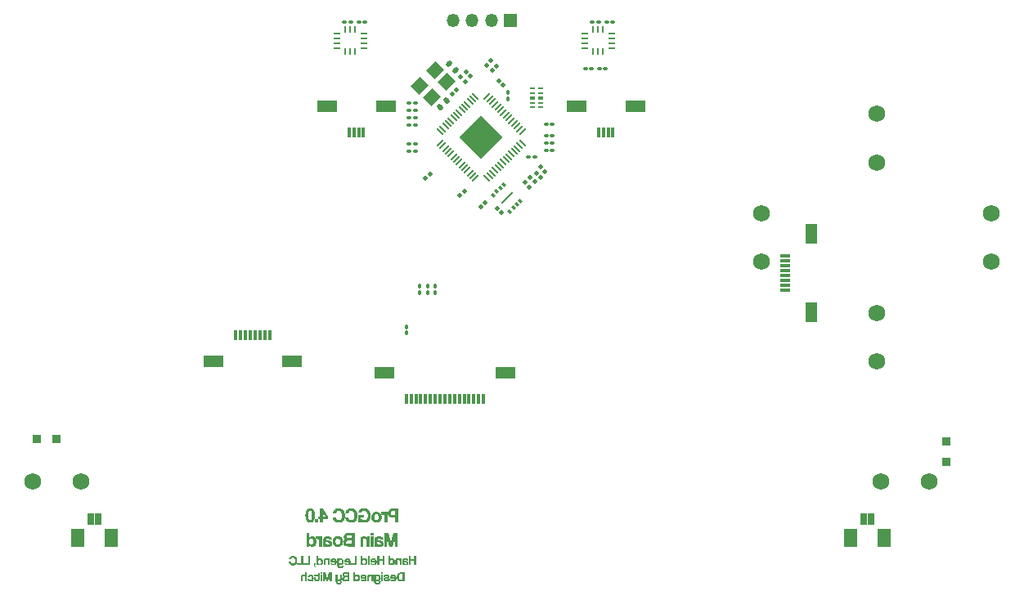
<source format=gbr>
%TF.GenerationSoftware,KiCad,Pcbnew,8.0.2*%
%TF.CreationDate,2025-05-18T15:38:24-07:00*%
%TF.ProjectId,PGS_Main_Board,5047535f-4d61-4696-9e5f-426f6172642e,rev?*%
%TF.SameCoordinates,Original*%
%TF.FileFunction,Soldermask,Bot*%
%TF.FilePolarity,Negative*%
%FSLAX46Y46*%
G04 Gerber Fmt 4.6, Leading zero omitted, Abs format (unit mm)*
G04 Created by KiCad (PCBNEW 8.0.2) date 2025-05-18 15:38:24*
%MOMM*%
%LPD*%
G01*
G04 APERTURE LIST*
G04 Aperture macros list*
%AMRoundRect*
0 Rectangle with rounded corners*
0 $1 Rounding radius*
0 $2 $3 $4 $5 $6 $7 $8 $9 X,Y pos of 4 corners*
0 Add a 4 corners polygon primitive as box body*
4,1,4,$2,$3,$4,$5,$6,$7,$8,$9,$2,$3,0*
0 Add four circle primitives for the rounded corners*
1,1,$1+$1,$2,$3*
1,1,$1+$1,$4,$5*
1,1,$1+$1,$6,$7*
1,1,$1+$1,$8,$9*
0 Add four rect primitives between the rounded corners*
20,1,$1+$1,$2,$3,$4,$5,0*
20,1,$1+$1,$4,$5,$6,$7,0*
20,1,$1+$1,$6,$7,$8,$9,0*
20,1,$1+$1,$8,$9,$2,$3,0*%
%AMRotRect*
0 Rectangle, with rotation*
0 The origin of the aperture is its center*
0 $1 length*
0 $2 width*
0 $3 Rotation angle, in degrees counterclockwise*
0 Add horizontal line*
21,1,$1,$2,0,0,$3*%
G04 Aperture macros list end*
%ADD10C,0.250000*%
%ADD11C,0.300000*%
%ADD12R,0.850000X0.850000*%
%ADD13C,1.750000*%
%ADD14RoundRect,0.100000X0.130000X0.100000X-0.130000X0.100000X-0.130000X-0.100000X0.130000X-0.100000X0*%
%ADD15R,0.300000X1.000000*%
%ADD16R,2.000000X1.300000*%
%ADD17RoundRect,0.140000X-0.021213X0.219203X-0.219203X0.021213X0.021213X-0.219203X0.219203X-0.021213X0*%
%ADD18RoundRect,0.050000X-0.238649X-0.309359X0.309359X0.238649X0.238649X0.309359X-0.309359X-0.238649X0*%
%ADD19RoundRect,0.050000X0.238649X-0.309359X0.309359X-0.238649X-0.238649X0.309359X-0.309359X0.238649X0*%
%ADD20RotRect,3.200000X3.200000X45.000000*%
%ADD21RoundRect,0.100000X-0.162635X0.021213X0.021213X-0.162635X0.162635X-0.021213X-0.021213X0.162635X0*%
%ADD22RoundRect,0.100000X0.100000X-0.130000X0.100000X0.130000X-0.100000X0.130000X-0.100000X-0.130000X0*%
%ADD23RoundRect,0.100000X-0.021213X-0.162635X0.162635X0.021213X0.021213X0.162635X-0.162635X-0.021213X0*%
%ADD24RoundRect,0.100000X0.162635X-0.021213X-0.021213X0.162635X-0.162635X0.021213X0.021213X-0.162635X0*%
%ADD25RoundRect,0.100000X-0.130000X-0.100000X0.130000X-0.100000X0.130000X0.100000X-0.130000X0.100000X0*%
%ADD26RoundRect,0.102000X0.250000X0.500000X-0.250000X0.500000X-0.250000X-0.500000X0.250000X-0.500000X0*%
%ADD27RoundRect,0.102000X0.600000X0.850000X-0.600000X0.850000X-0.600000X-0.850000X0.600000X-0.850000X0*%
%ADD28R,0.745000X0.280000*%
%ADD29R,0.280000X0.745000*%
%ADD30RoundRect,0.100000X-0.100000X0.130000X-0.100000X-0.130000X0.100000X-0.130000X0.100000X0.130000X0*%
%ADD31R,0.565000X0.200000*%
%ADD32R,0.565000X0.400000*%
%ADD33RoundRect,0.100000X0.021213X0.162635X-0.162635X-0.021213X-0.021213X-0.162635X0.162635X0.021213X0*%
%ADD34RotRect,0.400000X0.300000X315.000000*%
%ADD35RotRect,0.200000X1.600000X315.000000*%
%ADD36RoundRect,0.140000X-0.219203X-0.021213X-0.021213X-0.219203X0.219203X0.021213X0.021213X0.219203X0*%
%ADD37R,1.350000X1.350000*%
%ADD38O,1.350000X1.350000*%
%ADD39RotRect,1.400000X1.200000X45.000000*%
%ADD40R,1.000000X0.300000*%
%ADD41R,1.300000X2.000000*%
G04 APERTURE END LIST*
D10*
G36*
X63313799Y-71150000D02*
G01*
X63313799Y-70212107D01*
X63525314Y-70212107D01*
X63525314Y-70556001D01*
X63872383Y-70556001D01*
X63872383Y-70212107D01*
X64082676Y-70212107D01*
X64082676Y-71150000D01*
X63872383Y-71150000D01*
X63872383Y-70734054D01*
X63525314Y-70734054D01*
X63525314Y-71150000D01*
X63313799Y-71150000D01*
G37*
G36*
X63001926Y-70433665D02*
G01*
X63054325Y-70441628D01*
X63113501Y-70459924D01*
X63161142Y-70486391D01*
X63197993Y-70520366D01*
X63230016Y-70572388D01*
X63245308Y-70620842D01*
X63252229Y-70674656D01*
X63252738Y-70688869D01*
X63068579Y-70688869D01*
X63055392Y-70640120D01*
X63020329Y-70601497D01*
X62971589Y-70587706D01*
X62950610Y-70586775D01*
X62899620Y-70592041D01*
X62855897Y-70614535D01*
X62842411Y-70649302D01*
X62863660Y-70695647D01*
X62914755Y-70712925D01*
X62951587Y-70718911D01*
X63002006Y-70726022D01*
X63064808Y-70736911D01*
X63121524Y-70751357D01*
X63171033Y-70771483D01*
X63212213Y-70799413D01*
X63243942Y-70837271D01*
X63265097Y-70887180D01*
X63274558Y-70951264D01*
X63274965Y-70969748D01*
X63269289Y-71020746D01*
X63247367Y-71074040D01*
X63208738Y-71116888D01*
X63163620Y-71143222D01*
X63106605Y-71159842D01*
X63052338Y-71165394D01*
X63037561Y-71165631D01*
X62986744Y-71162334D01*
X62933642Y-71151281D01*
X62883101Y-71131551D01*
X62842080Y-71103807D01*
X62835572Y-71097243D01*
X62824742Y-71145763D01*
X62823360Y-71150000D01*
X62640422Y-71150000D01*
X62640422Y-70826133D01*
X62838503Y-70826133D01*
X62839480Y-70881821D01*
X62849221Y-70929986D01*
X62879723Y-70976208D01*
X62920621Y-71005421D01*
X62972226Y-71020871D01*
X62997016Y-71022505D01*
X63046484Y-71013424D01*
X63076163Y-70970730D01*
X63077372Y-70954117D01*
X63062740Y-70903829D01*
X63021844Y-70875425D01*
X62973164Y-70860504D01*
X62946458Y-70854954D01*
X62897153Y-70844968D01*
X62848330Y-70831358D01*
X62838503Y-70826133D01*
X62640422Y-70826133D01*
X62640422Y-70710118D01*
X62644277Y-70647633D01*
X62656336Y-70592309D01*
X62677336Y-70544507D01*
X62708016Y-70504588D01*
X62749115Y-70472912D01*
X62801370Y-70449839D01*
X62865521Y-70435731D01*
X62921885Y-70431250D01*
X62942306Y-70430949D01*
X63001926Y-70433665D01*
G37*
G36*
X61936758Y-71150000D02*
G01*
X61936758Y-70668108D01*
X61941376Y-70613950D01*
X61954698Y-70566446D01*
X61982375Y-70516690D01*
X62020843Y-70477947D01*
X62068545Y-70450555D01*
X62123920Y-70434858D01*
X62172697Y-70430949D01*
X62222704Y-70434048D01*
X62274952Y-70445142D01*
X62324890Y-70466435D01*
X62366944Y-70498981D01*
X62387630Y-70527180D01*
X62387630Y-70446580D01*
X62576674Y-70446580D01*
X62576674Y-71150000D01*
X62379082Y-71150000D01*
X62379082Y-70748220D01*
X62374601Y-70696560D01*
X62357774Y-70650319D01*
X62322666Y-70615540D01*
X62269940Y-70599528D01*
X62245481Y-70598255D01*
X62193106Y-70603750D01*
X62150851Y-70635646D01*
X62137849Y-70683152D01*
X62135816Y-70725750D01*
X62135816Y-71150000D01*
X61936758Y-71150000D01*
G37*
G36*
X61400156Y-70522295D02*
G01*
X61434862Y-70485045D01*
X61480146Y-70456197D01*
X61527332Y-70439271D01*
X61580578Y-70431376D01*
X61596772Y-70430949D01*
X61645931Y-70434889D01*
X61705197Y-70451830D01*
X61756898Y-70481107D01*
X61800610Y-70521602D01*
X61835910Y-70572199D01*
X61862375Y-70631782D01*
X61876170Y-70681694D01*
X61884579Y-70735563D01*
X61887421Y-70792916D01*
X61884087Y-70855444D01*
X61874353Y-70913021D01*
X61858617Y-70965385D01*
X61837279Y-71012276D01*
X61810740Y-71053429D01*
X61767953Y-71098925D01*
X61717576Y-71133135D01*
X61660557Y-71155440D01*
X61597842Y-71165217D01*
X61581385Y-71165631D01*
X61527759Y-71160982D01*
X61480518Y-71147790D01*
X61435883Y-71123711D01*
X61399730Y-71087167D01*
X61396737Y-71082588D01*
X61396004Y-71150000D01*
X61205251Y-71150000D01*
X61205251Y-70814898D01*
X61393073Y-70814898D01*
X61397526Y-70864406D01*
X61413676Y-70915527D01*
X61445281Y-70961799D01*
X61488076Y-70991351D01*
X61539375Y-71001744D01*
X61592292Y-70990798D01*
X61635487Y-70959617D01*
X61663147Y-70918668D01*
X61680735Y-70866243D01*
X61686721Y-70814919D01*
X61686898Y-70803907D01*
X61683461Y-70745027D01*
X61673004Y-70696509D01*
X61650872Y-70651744D01*
X61611350Y-70617732D01*
X61556488Y-70602926D01*
X61537909Y-70602163D01*
X61488627Y-70609363D01*
X61444064Y-70636315D01*
X61413398Y-70683831D01*
X61398151Y-70741392D01*
X61393214Y-70801524D01*
X61393073Y-70814898D01*
X61205251Y-70814898D01*
X61205251Y-70196475D01*
X61400156Y-70196475D01*
X61400156Y-70522295D01*
G37*
G36*
X60039968Y-71150000D02*
G01*
X60039968Y-70212107D01*
X60251482Y-70212107D01*
X60251482Y-70556001D01*
X60598551Y-70556001D01*
X60598551Y-70212107D01*
X60808845Y-70212107D01*
X60808845Y-71150000D01*
X60598551Y-71150000D01*
X60598551Y-70734054D01*
X60251482Y-70734054D01*
X60251482Y-71150000D01*
X60039968Y-71150000D01*
G37*
G36*
X59715321Y-70434637D02*
G01*
X59768541Y-70445464D01*
X59816714Y-70463073D01*
X59859653Y-70487105D01*
X59908443Y-70528524D01*
X59947159Y-70579879D01*
X59969318Y-70624408D01*
X59985377Y-70673693D01*
X59995148Y-70727376D01*
X59998447Y-70785101D01*
X59995302Y-70852222D01*
X59985889Y-70913001D01*
X59970235Y-70967381D01*
X59948369Y-71015305D01*
X59920322Y-71056717D01*
X59873358Y-71101704D01*
X59830997Y-71127699D01*
X59782550Y-71146993D01*
X59728047Y-71159528D01*
X59667516Y-71165249D01*
X59646004Y-71165631D01*
X59591518Y-71161783D01*
X59540480Y-71150324D01*
X59493364Y-71131383D01*
X59450641Y-71105089D01*
X59412783Y-71071571D01*
X59380264Y-71030958D01*
X59353556Y-70983378D01*
X59333129Y-70928960D01*
X59537316Y-70928960D01*
X59561970Y-70972437D01*
X59604801Y-70998235D01*
X59654553Y-71005896D01*
X59706389Y-70997393D01*
X59753030Y-70968595D01*
X59781560Y-70928939D01*
X59797455Y-70877880D01*
X59800122Y-70853000D01*
X59326046Y-70853000D01*
X59327404Y-70802174D01*
X59334494Y-70731984D01*
X59336450Y-70722575D01*
X59529501Y-70722575D01*
X59794504Y-70722575D01*
X59783750Y-70673855D01*
X59756882Y-70630635D01*
X59712038Y-70600060D01*
X59662857Y-70590928D01*
X59613341Y-70599201D01*
X59566882Y-70628211D01*
X59539204Y-70671409D01*
X59529501Y-70722575D01*
X59336450Y-70722575D01*
X59347570Y-70669074D01*
X59366545Y-70613470D01*
X59391332Y-70565198D01*
X59421844Y-70524283D01*
X59457995Y-70490750D01*
X59499696Y-70464625D01*
X59546862Y-70445933D01*
X59599406Y-70434699D01*
X59657240Y-70430949D01*
X59715321Y-70434637D01*
G37*
G36*
X59081803Y-71150000D02*
G01*
X59081803Y-70196475D01*
X59279396Y-70196475D01*
X59279396Y-71150000D01*
X59081803Y-71150000D01*
G37*
G36*
X58547400Y-70522295D02*
G01*
X58582105Y-70485045D01*
X58627390Y-70456197D01*
X58674575Y-70439271D01*
X58727822Y-70431376D01*
X58744016Y-70430949D01*
X58793174Y-70434889D01*
X58852440Y-70451830D01*
X58904141Y-70481107D01*
X58947854Y-70521602D01*
X58983154Y-70572199D01*
X59009619Y-70631782D01*
X59023414Y-70681694D01*
X59031822Y-70735563D01*
X59034665Y-70792916D01*
X59031331Y-70855444D01*
X59021596Y-70913021D01*
X59005860Y-70965385D01*
X58984523Y-71012276D01*
X58957983Y-71053429D01*
X58915196Y-71098925D01*
X58864819Y-71133135D01*
X58807800Y-71155440D01*
X58745086Y-71165217D01*
X58728628Y-71165631D01*
X58675002Y-71160982D01*
X58627762Y-71147790D01*
X58583127Y-71123711D01*
X58546974Y-71087167D01*
X58543981Y-71082588D01*
X58543248Y-71150000D01*
X58352494Y-71150000D01*
X58352494Y-70814898D01*
X58540317Y-70814898D01*
X58544769Y-70864406D01*
X58560919Y-70915527D01*
X58592524Y-70961799D01*
X58635319Y-70991351D01*
X58686618Y-71001744D01*
X58739535Y-70990798D01*
X58782731Y-70959617D01*
X58810390Y-70918668D01*
X58827978Y-70866243D01*
X58833965Y-70814919D01*
X58834141Y-70803907D01*
X58830705Y-70745027D01*
X58820247Y-70696509D01*
X58798115Y-70651744D01*
X58758593Y-70617732D01*
X58703731Y-70602926D01*
X58685153Y-70602163D01*
X58635871Y-70609363D01*
X58591307Y-70636315D01*
X58560642Y-70683831D01*
X58545395Y-70741392D01*
X58540458Y-70801524D01*
X58540317Y-70814898D01*
X58352494Y-70814898D01*
X58352494Y-70196475D01*
X58547400Y-70196475D01*
X58547400Y-70522295D01*
G37*
G36*
X57285153Y-71150000D02*
G01*
X57285153Y-70965108D01*
X57745795Y-70965108D01*
X57745795Y-70212107D01*
X57956088Y-70212107D01*
X57956088Y-71150000D01*
X57285153Y-71150000D01*
G37*
G36*
X57019857Y-70434637D02*
G01*
X57073077Y-70445464D01*
X57121250Y-70463073D01*
X57164189Y-70487105D01*
X57212979Y-70528524D01*
X57251695Y-70579879D01*
X57273854Y-70624408D01*
X57289913Y-70673693D01*
X57299684Y-70727376D01*
X57302983Y-70785101D01*
X57299838Y-70852222D01*
X57290425Y-70913001D01*
X57274771Y-70967381D01*
X57252905Y-71015305D01*
X57224858Y-71056717D01*
X57177893Y-71101704D01*
X57135533Y-71127699D01*
X57087086Y-71146993D01*
X57032583Y-71159528D01*
X56972052Y-71165249D01*
X56950540Y-71165631D01*
X56896054Y-71161783D01*
X56845016Y-71150324D01*
X56797899Y-71131383D01*
X56755177Y-71105089D01*
X56717319Y-71071571D01*
X56684800Y-71030958D01*
X56658091Y-70983378D01*
X56637665Y-70928960D01*
X56841852Y-70928960D01*
X56866506Y-70972437D01*
X56909337Y-70998235D01*
X56959089Y-71005896D01*
X57010924Y-70997393D01*
X57057566Y-70968595D01*
X57086096Y-70928939D01*
X57101991Y-70877880D01*
X57104658Y-70853000D01*
X56630582Y-70853000D01*
X56631940Y-70802174D01*
X56639030Y-70731984D01*
X56640986Y-70722575D01*
X56834036Y-70722575D01*
X57099040Y-70722575D01*
X57088286Y-70673855D01*
X57061418Y-70630635D01*
X57016574Y-70600060D01*
X56967393Y-70590928D01*
X56917877Y-70599201D01*
X56871418Y-70628211D01*
X56843740Y-70671409D01*
X56834036Y-70722575D01*
X56640986Y-70722575D01*
X56652106Y-70669074D01*
X56671081Y-70613470D01*
X56695868Y-70565198D01*
X56726380Y-70524283D01*
X56762531Y-70490750D01*
X56804232Y-70464625D01*
X56851398Y-70445933D01*
X56903942Y-70434699D01*
X56961775Y-70430949D01*
X57019857Y-70434637D01*
G37*
G36*
X56351213Y-70437766D02*
G01*
X56409123Y-70457556D01*
X56461594Y-70489321D01*
X56507362Y-70532065D01*
X56545161Y-70584793D01*
X56567520Y-70630291D01*
X56584152Y-70680425D01*
X56594522Y-70734773D01*
X56598098Y-70792916D01*
X56595902Y-70842928D01*
X56589085Y-70892078D01*
X56572210Y-70954742D01*
X56545686Y-71012200D01*
X56508695Y-71062350D01*
X56460418Y-71103092D01*
X56416311Y-71126211D01*
X56365051Y-71141969D01*
X56306291Y-71149481D01*
X56284979Y-71150000D01*
X56235296Y-71146258D01*
X56183606Y-71134233D01*
X56137011Y-71114223D01*
X56103750Y-71084054D01*
X56103750Y-71158304D01*
X56113567Y-71212981D01*
X56140910Y-71256242D01*
X56182621Y-71286766D01*
X56235537Y-71303234D01*
X56269591Y-71305826D01*
X56322488Y-71299098D01*
X56369558Y-71275131D01*
X56400357Y-71234131D01*
X56412320Y-71184553D01*
X56412962Y-71168073D01*
X56598098Y-71168073D01*
X56594315Y-71220988D01*
X56583291Y-71269438D01*
X56558168Y-71326815D01*
X56522191Y-71375586D01*
X56476512Y-71415366D01*
X56422286Y-71445773D01*
X56360664Y-71466422D01*
X56310289Y-71475275D01*
X56256891Y-71478262D01*
X56203313Y-71475220D01*
X56152329Y-71466135D01*
X56104523Y-71451071D01*
X56046735Y-71421793D01*
X55997022Y-71382145D01*
X55956769Y-71332276D01*
X55933620Y-71288256D01*
X55917156Y-71238634D01*
X55907961Y-71183471D01*
X55906158Y-71143649D01*
X55906158Y-70812212D01*
X56098133Y-70812212D01*
X56102576Y-70861157D01*
X56118738Y-70910730D01*
X56150500Y-70954687D01*
X56193736Y-70982209D01*
X56245900Y-70991730D01*
X56298327Y-70981628D01*
X56341505Y-70952425D01*
X56373055Y-70905780D01*
X56389041Y-70853170D01*
X56393422Y-70801221D01*
X56389811Y-70742614D01*
X56378983Y-70694610D01*
X56356481Y-70650614D01*
X56317141Y-70617453D01*
X56263737Y-70603140D01*
X56245900Y-70602407D01*
X56195168Y-70609357D01*
X56149632Y-70635573D01*
X56118548Y-70682180D01*
X56103209Y-70739067D01*
X56098273Y-70798867D01*
X56098133Y-70812212D01*
X55906158Y-70812212D01*
X55906158Y-70446580D01*
X56103750Y-70446580D01*
X56103750Y-70513258D01*
X56137573Y-70477054D01*
X56180537Y-70451914D01*
X56234284Y-70435809D01*
X56289131Y-70430949D01*
X56351213Y-70437766D01*
G37*
G36*
X55574916Y-70434637D02*
G01*
X55628136Y-70445464D01*
X55676309Y-70463073D01*
X55719248Y-70487105D01*
X55768039Y-70528524D01*
X55806754Y-70579879D01*
X55828914Y-70624408D01*
X55844972Y-70673693D01*
X55854744Y-70727376D01*
X55858042Y-70785101D01*
X55854898Y-70852222D01*
X55845484Y-70913001D01*
X55829830Y-70967381D01*
X55807965Y-71015305D01*
X55779917Y-71056717D01*
X55732953Y-71101704D01*
X55690592Y-71127699D01*
X55642146Y-71146993D01*
X55587642Y-71159528D01*
X55527111Y-71165249D01*
X55505600Y-71165631D01*
X55451113Y-71161783D01*
X55400075Y-71150324D01*
X55352959Y-71131383D01*
X55310236Y-71105089D01*
X55272379Y-71071571D01*
X55239860Y-71030958D01*
X55213151Y-70983378D01*
X55192725Y-70928960D01*
X55396912Y-70928960D01*
X55421566Y-70972437D01*
X55464396Y-70998235D01*
X55514148Y-71005896D01*
X55565984Y-70997393D01*
X55612625Y-70968595D01*
X55641156Y-70928939D01*
X55657050Y-70877880D01*
X55659717Y-70853000D01*
X55185641Y-70853000D01*
X55187000Y-70802174D01*
X55194090Y-70731984D01*
X55196046Y-70722575D01*
X55389096Y-70722575D01*
X55654099Y-70722575D01*
X55643345Y-70673855D01*
X55616477Y-70630635D01*
X55571633Y-70600060D01*
X55522452Y-70590928D01*
X55472936Y-70599201D01*
X55426478Y-70628211D01*
X55398799Y-70671409D01*
X55389096Y-70722575D01*
X55196046Y-70722575D01*
X55207165Y-70669074D01*
X55226140Y-70613470D01*
X55250927Y-70565198D01*
X55281439Y-70524283D01*
X55317590Y-70490750D01*
X55359292Y-70464625D01*
X55406458Y-70445933D01*
X55459001Y-70434699D01*
X55516835Y-70430949D01*
X55574916Y-70434637D01*
G37*
G36*
X54499075Y-71150000D02*
G01*
X54499075Y-70668108D01*
X54503693Y-70613950D01*
X54517015Y-70566446D01*
X54544691Y-70516690D01*
X54583160Y-70477947D01*
X54630862Y-70450555D01*
X54686237Y-70434858D01*
X54735013Y-70430949D01*
X54785021Y-70434048D01*
X54837269Y-70445142D01*
X54887207Y-70466435D01*
X54929261Y-70498981D01*
X54949947Y-70527180D01*
X54949947Y-70446580D01*
X55138991Y-70446580D01*
X55138991Y-71150000D01*
X54941399Y-71150000D01*
X54941399Y-70748220D01*
X54936918Y-70696560D01*
X54920091Y-70650319D01*
X54884982Y-70615540D01*
X54832257Y-70599528D01*
X54807798Y-70598255D01*
X54755423Y-70603750D01*
X54713168Y-70635646D01*
X54700166Y-70683152D01*
X54698133Y-70725750D01*
X54698133Y-71150000D01*
X54499075Y-71150000D01*
G37*
G36*
X53962473Y-70522295D02*
G01*
X53997179Y-70485045D01*
X54042463Y-70456197D01*
X54089648Y-70439271D01*
X54142895Y-70431376D01*
X54159089Y-70430949D01*
X54208248Y-70434889D01*
X54267513Y-70451830D01*
X54319214Y-70481107D01*
X54362927Y-70521602D01*
X54398227Y-70572199D01*
X54424692Y-70631782D01*
X54438487Y-70681694D01*
X54446895Y-70735563D01*
X54449738Y-70792916D01*
X54446404Y-70855444D01*
X54436669Y-70913021D01*
X54420933Y-70965385D01*
X54399596Y-71012276D01*
X54373057Y-71053429D01*
X54330270Y-71098925D01*
X54279893Y-71133135D01*
X54222873Y-71155440D01*
X54160159Y-71165217D01*
X54143702Y-71165631D01*
X54090075Y-71160982D01*
X54042835Y-71147790D01*
X53998200Y-71123711D01*
X53962047Y-71087167D01*
X53959054Y-71082588D01*
X53958321Y-71150000D01*
X53767568Y-71150000D01*
X53767568Y-70814898D01*
X53955390Y-70814898D01*
X53959843Y-70864406D01*
X53975992Y-70915527D01*
X54007598Y-70961799D01*
X54050392Y-70991351D01*
X54101692Y-71001744D01*
X54154608Y-70990798D01*
X54197804Y-70959617D01*
X54225464Y-70918668D01*
X54243051Y-70866243D01*
X54249038Y-70814919D01*
X54249214Y-70803907D01*
X54245778Y-70745027D01*
X54235321Y-70696509D01*
X54213189Y-70651744D01*
X54173666Y-70617732D01*
X54118804Y-70602926D01*
X54100226Y-70602163D01*
X54050944Y-70609363D01*
X54006381Y-70636315D01*
X53975715Y-70683831D01*
X53960468Y-70741392D01*
X53955531Y-70801524D01*
X53955390Y-70814898D01*
X53767568Y-70814898D01*
X53767568Y-70196475D01*
X53962473Y-70196475D01*
X53962473Y-70522295D01*
G37*
G36*
X53708217Y-71370551D02*
G01*
X53653733Y-71355809D01*
X53608714Y-71336242D01*
X53564718Y-71304413D01*
X53533127Y-71263695D01*
X53512616Y-71213340D01*
X53501860Y-71152597D01*
X53499389Y-71096022D01*
X53499389Y-70945568D01*
X53708217Y-70945568D01*
X53708217Y-71150000D01*
X53600505Y-71150000D01*
X53607306Y-71201187D01*
X53633662Y-71247261D01*
X53676202Y-71274499D01*
X53708217Y-71284822D01*
X53708217Y-71370551D01*
G37*
G36*
X52438398Y-71150000D02*
G01*
X52438398Y-70965108D01*
X52899040Y-70965108D01*
X52899040Y-70212107D01*
X53109333Y-70212107D01*
X53109333Y-71150000D01*
X52438398Y-71150000D01*
G37*
G36*
X51736932Y-71150000D02*
G01*
X51736932Y-70965108D01*
X52197575Y-70965108D01*
X52197575Y-70212107D01*
X52407868Y-70212107D01*
X52407868Y-71150000D01*
X51736932Y-71150000D01*
G37*
G36*
X51134874Y-70816608D02*
G01*
X51150664Y-70867933D01*
X51177294Y-70918339D01*
X51212560Y-70956387D01*
X51256732Y-70981915D01*
X51310081Y-70994758D01*
X51340282Y-70996371D01*
X51391830Y-70991046D01*
X51446460Y-70969765D01*
X51490253Y-70932847D01*
X51523270Y-70880944D01*
X51541966Y-70829073D01*
X51553836Y-70768365D01*
X51558279Y-70717237D01*
X51559124Y-70680565D01*
X51557213Y-70626942D01*
X51551441Y-70577752D01*
X51537627Y-70519381D01*
X51516687Y-70469654D01*
X51488470Y-70429006D01*
X51442742Y-70391625D01*
X51385122Y-70369960D01*
X51330268Y-70364515D01*
X51281295Y-70370674D01*
X51229255Y-70393026D01*
X51190818Y-70424675D01*
X51159737Y-70467385D01*
X51137587Y-70520711D01*
X51134874Y-70530600D01*
X50925558Y-70530600D01*
X50934429Y-70476482D01*
X50950030Y-70425221D01*
X50972124Y-70377355D01*
X51000472Y-70333424D01*
X51034837Y-70293965D01*
X51074980Y-70259518D01*
X51120664Y-70230620D01*
X51171652Y-70207810D01*
X51227704Y-70191627D01*
X51288583Y-70182609D01*
X51331734Y-70180844D01*
X51381118Y-70183129D01*
X51450626Y-70194943D01*
X51514336Y-70216473D01*
X51571888Y-70247328D01*
X51622927Y-70287117D01*
X51667094Y-70335449D01*
X51704032Y-70391933D01*
X51733384Y-70456176D01*
X51748561Y-70503123D01*
X51760101Y-70553229D01*
X51767899Y-70606379D01*
X51771849Y-70662456D01*
X51772348Y-70691556D01*
X51770140Y-70749582D01*
X51763649Y-70804110D01*
X51753074Y-70855107D01*
X51738615Y-70902540D01*
X51710080Y-70966928D01*
X51673925Y-71023104D01*
X51630824Y-71070952D01*
X51581449Y-71110358D01*
X51526474Y-71141207D01*
X51466569Y-71163384D01*
X51402409Y-71176774D01*
X51334665Y-71181263D01*
X51274970Y-71177525D01*
X51219114Y-71166531D01*
X51167289Y-71148613D01*
X51119689Y-71124101D01*
X51076507Y-71093326D01*
X51037935Y-71056620D01*
X51004168Y-71014312D01*
X50975399Y-70966733D01*
X50951820Y-70914216D01*
X50933624Y-70857089D01*
X50924581Y-70816608D01*
X51134874Y-70816608D01*
G37*
G36*
X62889793Y-72830000D02*
G01*
X62492654Y-72830000D01*
X62426055Y-72824919D01*
X62364067Y-72810039D01*
X62307112Y-72785903D01*
X62255615Y-72753054D01*
X62209999Y-72712037D01*
X62170688Y-72663394D01*
X62138106Y-72607668D01*
X62112677Y-72545403D01*
X62094824Y-72477143D01*
X62087341Y-72428573D01*
X62083540Y-72377742D01*
X62083059Y-72351528D01*
X62297504Y-72351528D01*
X62299349Y-72406396D01*
X62304973Y-72455752D01*
X62318581Y-72513028D01*
X62339464Y-72560607D01*
X62376282Y-72606539D01*
X62425582Y-72637532D01*
X62474428Y-72651650D01*
X62531977Y-72656343D01*
X62685117Y-72656343D01*
X62685117Y-72068939D01*
X62548585Y-72068939D01*
X62485344Y-72072686D01*
X62432280Y-72084311D01*
X62379444Y-72110790D01*
X62340619Y-72151590D01*
X62314754Y-72207827D01*
X62302688Y-72264684D01*
X62298316Y-72314625D01*
X62297504Y-72351528D01*
X62083059Y-72351528D01*
X62085186Y-72299759D01*
X62091459Y-72250583D01*
X62108279Y-72181907D01*
X62133496Y-72119645D01*
X62166552Y-72064145D01*
X62206890Y-72015755D01*
X62253950Y-71974822D01*
X62307177Y-71941695D01*
X62366010Y-71916721D01*
X62429894Y-71900247D01*
X62498269Y-71892622D01*
X62521963Y-71892107D01*
X62889793Y-71892107D01*
X62889793Y-72830000D01*
G37*
G36*
X61768914Y-72114637D02*
G01*
X61822134Y-72125464D01*
X61870307Y-72143073D01*
X61913246Y-72167105D01*
X61962036Y-72208524D01*
X62000752Y-72259879D01*
X62022911Y-72304408D01*
X62038970Y-72353693D01*
X62048741Y-72407376D01*
X62052040Y-72465101D01*
X62048895Y-72532222D01*
X62039482Y-72593001D01*
X62023828Y-72647381D01*
X62001962Y-72695305D01*
X61973915Y-72736717D01*
X61926950Y-72781704D01*
X61884590Y-72807699D01*
X61836143Y-72826993D01*
X61781640Y-72839528D01*
X61721109Y-72845249D01*
X61699597Y-72845631D01*
X61645111Y-72841783D01*
X61594073Y-72830324D01*
X61546956Y-72811383D01*
X61504234Y-72785089D01*
X61466376Y-72751571D01*
X61433857Y-72710958D01*
X61407148Y-72663378D01*
X61386722Y-72608960D01*
X61590909Y-72608960D01*
X61615563Y-72652437D01*
X61658394Y-72678235D01*
X61708146Y-72685896D01*
X61759981Y-72677393D01*
X61806623Y-72648595D01*
X61835153Y-72608939D01*
X61851048Y-72557880D01*
X61853715Y-72533000D01*
X61379639Y-72533000D01*
X61380997Y-72482174D01*
X61388087Y-72411984D01*
X61390043Y-72402575D01*
X61583093Y-72402575D01*
X61848097Y-72402575D01*
X61837343Y-72353855D01*
X61810475Y-72310635D01*
X61765631Y-72280060D01*
X61716450Y-72270928D01*
X61666934Y-72279201D01*
X61620475Y-72308211D01*
X61592797Y-72351409D01*
X61583093Y-72402575D01*
X61390043Y-72402575D01*
X61401163Y-72349074D01*
X61420138Y-72293470D01*
X61444925Y-72245198D01*
X61475437Y-72204283D01*
X61511588Y-72170750D01*
X61553289Y-72144625D01*
X61600455Y-72125933D01*
X61652999Y-72114699D01*
X61710832Y-72110949D01*
X61768914Y-72114637D01*
G37*
G36*
X60727511Y-72352260D02*
G01*
X60735422Y-72296381D01*
X60751466Y-72247683D01*
X60783378Y-72197035D01*
X60828971Y-72157900D01*
X60875661Y-72134990D01*
X60931732Y-72119635D01*
X60997462Y-72111917D01*
X61034036Y-72110949D01*
X61090704Y-72113352D01*
X61140781Y-72120338D01*
X61197681Y-72136196D01*
X61243784Y-72158797D01*
X61287034Y-72195310D01*
X61315266Y-72239542D01*
X61329509Y-72289929D01*
X61331768Y-72322463D01*
X61325627Y-72373369D01*
X61305599Y-72420203D01*
X61269269Y-72461791D01*
X61241153Y-72482198D01*
X61194569Y-72506128D01*
X61143066Y-72524978D01*
X61096144Y-72538743D01*
X61040579Y-72553028D01*
X61009123Y-72560600D01*
X60958903Y-72574294D01*
X60914744Y-72600703D01*
X60904587Y-72630209D01*
X60930547Y-72674707D01*
X60979324Y-72690405D01*
X61018648Y-72692979D01*
X61069548Y-72688073D01*
X61118330Y-72667364D01*
X61148596Y-72625390D01*
X61153715Y-72590642D01*
X61357169Y-72590642D01*
X61350444Y-72645075D01*
X61332863Y-72694368D01*
X61304743Y-72737868D01*
X61266402Y-72774923D01*
X61218158Y-72804879D01*
X61160328Y-72827084D01*
X61110856Y-72838259D01*
X61056306Y-72844431D01*
X61017183Y-72845631D01*
X60963684Y-72843301D01*
X60914956Y-72836415D01*
X60857590Y-72820426D01*
X60809151Y-72797000D01*
X60769892Y-72766516D01*
X60734116Y-72719061D01*
X60713581Y-72661905D01*
X60708460Y-72609692D01*
X60714600Y-72555522D01*
X60735946Y-72506293D01*
X60771410Y-72468833D01*
X60819780Y-72441311D01*
X60826673Y-72438478D01*
X60876711Y-72422017D01*
X60927544Y-72408280D01*
X60975635Y-72395991D01*
X61025987Y-72382634D01*
X61033303Y-72380593D01*
X61081022Y-72365972D01*
X61125380Y-72342947D01*
X61139548Y-72310983D01*
X61108178Y-72271091D01*
X61057637Y-72262990D01*
X61039653Y-72262623D01*
X60988152Y-72266928D01*
X60942561Y-72290457D01*
X60921238Y-72334988D01*
X60917776Y-72353482D01*
X60727511Y-72352260D01*
G37*
G36*
X60470812Y-72830000D02*
G01*
X60470812Y-72126580D01*
X60668404Y-72126580D01*
X60668404Y-72830000D01*
X60470812Y-72830000D01*
G37*
G36*
X60470812Y-72061612D02*
G01*
X60470812Y-71876475D01*
X60668404Y-71876475D01*
X60668404Y-72061612D01*
X60470812Y-72061612D01*
G37*
G36*
X60171170Y-72117766D02*
G01*
X60229080Y-72137556D01*
X60281551Y-72169321D01*
X60327319Y-72212065D01*
X60365118Y-72264793D01*
X60387478Y-72310291D01*
X60404109Y-72360425D01*
X60414480Y-72414773D01*
X60418055Y-72472916D01*
X60415859Y-72522928D01*
X60409042Y-72572078D01*
X60392167Y-72634742D01*
X60365643Y-72692200D01*
X60328652Y-72742350D01*
X60280375Y-72783092D01*
X60236269Y-72806211D01*
X60185008Y-72821969D01*
X60126249Y-72829481D01*
X60104936Y-72830000D01*
X60055253Y-72826258D01*
X60003563Y-72814233D01*
X59956968Y-72794223D01*
X59923708Y-72764054D01*
X59923708Y-72838304D01*
X59933524Y-72892981D01*
X59960868Y-72936242D01*
X60002578Y-72966766D01*
X60055495Y-72983234D01*
X60089548Y-72985826D01*
X60142445Y-72979098D01*
X60189516Y-72955131D01*
X60220315Y-72914131D01*
X60232278Y-72864553D01*
X60232919Y-72848073D01*
X60418055Y-72848073D01*
X60414272Y-72900988D01*
X60403248Y-72949438D01*
X60378126Y-73006815D01*
X60342148Y-73055586D01*
X60296470Y-73095366D01*
X60242243Y-73125773D01*
X60180621Y-73146422D01*
X60130247Y-73155275D01*
X60076848Y-73158262D01*
X60023270Y-73155220D01*
X59972286Y-73146135D01*
X59924480Y-73131071D01*
X59866692Y-73101793D01*
X59816979Y-73062145D01*
X59776726Y-73012276D01*
X59753577Y-72968256D01*
X59737113Y-72918634D01*
X59727918Y-72863471D01*
X59726115Y-72823649D01*
X59726115Y-72492212D01*
X59918090Y-72492212D01*
X59922533Y-72541157D01*
X59938695Y-72590730D01*
X59970457Y-72634687D01*
X60013693Y-72662209D01*
X60065857Y-72671730D01*
X60118284Y-72661628D01*
X60161462Y-72632425D01*
X60193012Y-72585780D01*
X60208998Y-72533170D01*
X60213380Y-72481221D01*
X60209768Y-72422614D01*
X60198940Y-72374610D01*
X60176438Y-72330614D01*
X60137098Y-72297453D01*
X60083694Y-72283140D01*
X60065857Y-72282407D01*
X60015125Y-72289357D01*
X59969589Y-72315573D01*
X59938505Y-72362180D01*
X59923166Y-72419067D01*
X59918230Y-72478867D01*
X59918090Y-72492212D01*
X59726115Y-72492212D01*
X59726115Y-72126580D01*
X59923708Y-72126580D01*
X59923708Y-72193258D01*
X59957530Y-72157054D01*
X60000494Y-72131914D01*
X60054241Y-72115809D01*
X60109088Y-72110949D01*
X60171170Y-72117766D01*
G37*
G36*
X59022451Y-72830000D02*
G01*
X59022451Y-72348108D01*
X59027070Y-72293950D01*
X59040392Y-72246446D01*
X59068068Y-72196690D01*
X59106537Y-72157947D01*
X59154239Y-72130555D01*
X59209613Y-72114858D01*
X59258390Y-72110949D01*
X59308397Y-72114048D01*
X59360645Y-72125142D01*
X59410583Y-72146435D01*
X59452637Y-72178981D01*
X59473324Y-72207180D01*
X59473324Y-72126580D01*
X59662368Y-72126580D01*
X59662368Y-72830000D01*
X59464775Y-72830000D01*
X59464775Y-72428220D01*
X59460295Y-72376560D01*
X59443468Y-72330319D01*
X59408359Y-72295540D01*
X59355633Y-72279528D01*
X59331174Y-72278255D01*
X59278800Y-72283750D01*
X59236545Y-72315646D01*
X59223543Y-72363152D01*
X59221509Y-72405750D01*
X59221509Y-72830000D01*
X59022451Y-72830000D01*
G37*
G36*
X58691454Y-72114637D02*
G01*
X58744674Y-72125464D01*
X58792847Y-72143073D01*
X58835786Y-72167105D01*
X58884576Y-72208524D01*
X58923292Y-72259879D01*
X58945451Y-72304408D01*
X58961510Y-72353693D01*
X58971281Y-72407376D01*
X58974580Y-72465101D01*
X58971436Y-72532222D01*
X58962022Y-72593001D01*
X58946368Y-72647381D01*
X58924502Y-72695305D01*
X58896455Y-72736717D01*
X58849491Y-72781704D01*
X58807130Y-72807699D01*
X58758683Y-72826993D01*
X58704180Y-72839528D01*
X58643649Y-72845249D01*
X58622137Y-72845631D01*
X58567651Y-72841783D01*
X58516613Y-72830324D01*
X58469497Y-72811383D01*
X58426774Y-72785089D01*
X58388917Y-72751571D01*
X58356397Y-72710958D01*
X58329689Y-72663378D01*
X58309262Y-72608960D01*
X58513449Y-72608960D01*
X58538103Y-72652437D01*
X58580934Y-72678235D01*
X58630686Y-72685896D01*
X58682522Y-72677393D01*
X58729163Y-72648595D01*
X58757693Y-72608939D01*
X58773588Y-72557880D01*
X58776255Y-72533000D01*
X58302179Y-72533000D01*
X58303537Y-72482174D01*
X58310627Y-72411984D01*
X58312583Y-72402575D01*
X58505634Y-72402575D01*
X58770637Y-72402575D01*
X58759883Y-72353855D01*
X58733015Y-72310635D01*
X58688171Y-72280060D01*
X58638990Y-72270928D01*
X58589474Y-72279201D01*
X58543015Y-72308211D01*
X58515337Y-72351409D01*
X58505634Y-72402575D01*
X58312583Y-72402575D01*
X58323703Y-72349074D01*
X58342678Y-72293470D01*
X58367465Y-72245198D01*
X58397977Y-72204283D01*
X58434128Y-72170750D01*
X58475829Y-72144625D01*
X58522995Y-72125933D01*
X58575539Y-72114699D01*
X58633373Y-72110949D01*
X58691454Y-72114637D01*
G37*
G36*
X57782431Y-72202295D02*
G01*
X57817136Y-72165045D01*
X57862420Y-72136197D01*
X57909606Y-72119271D01*
X57962852Y-72111376D01*
X57979046Y-72110949D01*
X58028205Y-72114889D01*
X58087471Y-72131830D01*
X58139172Y-72161107D01*
X58182884Y-72201602D01*
X58218184Y-72252199D01*
X58244649Y-72311782D01*
X58258444Y-72361694D01*
X58266853Y-72415563D01*
X58269695Y-72472916D01*
X58266361Y-72535444D01*
X58256627Y-72593021D01*
X58240891Y-72645385D01*
X58219553Y-72692276D01*
X58193014Y-72733429D01*
X58150227Y-72778925D01*
X58099850Y-72813135D01*
X58042831Y-72835440D01*
X57980116Y-72845217D01*
X57963659Y-72845631D01*
X57910033Y-72840982D01*
X57862792Y-72827790D01*
X57818157Y-72803711D01*
X57782004Y-72767167D01*
X57779011Y-72762588D01*
X57778278Y-72830000D01*
X57587525Y-72830000D01*
X57587525Y-72494898D01*
X57775347Y-72494898D01*
X57779800Y-72544406D01*
X57795950Y-72595527D01*
X57827555Y-72641799D01*
X57870350Y-72671351D01*
X57921649Y-72681744D01*
X57974566Y-72670798D01*
X58017761Y-72639617D01*
X58045421Y-72598668D01*
X58063009Y-72546243D01*
X58068995Y-72494919D01*
X58069172Y-72483907D01*
X58065735Y-72425027D01*
X58055278Y-72376509D01*
X58033146Y-72331744D01*
X57993624Y-72297732D01*
X57938762Y-72282926D01*
X57920183Y-72282163D01*
X57870901Y-72289363D01*
X57826338Y-72316315D01*
X57795672Y-72363831D01*
X57780425Y-72421392D01*
X57775488Y-72481524D01*
X57775347Y-72494898D01*
X57587525Y-72494898D01*
X57587525Y-71876475D01*
X57782431Y-71876475D01*
X57782431Y-72202295D01*
G37*
G36*
X57191119Y-72830000D02*
G01*
X56764671Y-72830000D01*
X56701111Y-72827088D01*
X56643831Y-72818528D01*
X56592824Y-72804586D01*
X56534563Y-72778079D01*
X56487430Y-72743100D01*
X56451410Y-72700275D01*
X56426489Y-72650230D01*
X56412653Y-72593593D01*
X56409541Y-72547166D01*
X56410626Y-72533489D01*
X56614217Y-72533489D01*
X56623197Y-72582669D01*
X56653855Y-72625557D01*
X56698188Y-72649250D01*
X56749283Y-72656343D01*
X56987909Y-72656343D01*
X56987909Y-72425533D01*
X56746352Y-72425533D01*
X56696399Y-72430279D01*
X56648686Y-72451118D01*
X56619190Y-72495410D01*
X56614217Y-72533489D01*
X56410626Y-72533489D01*
X56414135Y-72489256D01*
X56426828Y-72440649D01*
X56450452Y-72393843D01*
X56486020Y-72353952D01*
X56531742Y-72325965D01*
X56537525Y-72323684D01*
X56497185Y-72295679D01*
X56465965Y-72254964D01*
X56444455Y-72203269D01*
X56438734Y-72160286D01*
X56640839Y-72160286D01*
X56651369Y-72208529D01*
X56692276Y-72242745D01*
X56743679Y-72251544D01*
X56750504Y-72251632D01*
X56987909Y-72251632D01*
X56987909Y-72068939D01*
X56761740Y-72068939D01*
X56711598Y-72072689D01*
X56664753Y-72092522D01*
X56642418Y-72137287D01*
X56640839Y-72160286D01*
X56438734Y-72160286D01*
X56437629Y-72151981D01*
X56442399Y-72095725D01*
X56456551Y-72045121D01*
X56479850Y-72000740D01*
X56512062Y-71963151D01*
X56552953Y-71932924D01*
X56602287Y-71910627D01*
X56659830Y-71896832D01*
X56725347Y-71892107D01*
X57191119Y-71892107D01*
X57191119Y-72830000D01*
G37*
G36*
X55945480Y-72837083D02*
G01*
X55952963Y-72892497D01*
X55977157Y-72941327D01*
X56018845Y-72975637D01*
X56063694Y-72985826D01*
X56117039Y-72978978D01*
X56161351Y-72954688D01*
X56188381Y-72913342D01*
X56198252Y-72863587D01*
X56198760Y-72847096D01*
X56383652Y-72847096D01*
X56380851Y-72900091D01*
X56372473Y-72948642D01*
X56352699Y-73006173D01*
X56323178Y-73055108D01*
X56284004Y-73095048D01*
X56235272Y-73125595D01*
X56177075Y-73146353D01*
X56127274Y-73155257D01*
X56072242Y-73158262D01*
X56022814Y-73155188D01*
X55960663Y-73141694D01*
X55903991Y-73117767D01*
X55854099Y-73083739D01*
X55812285Y-73039943D01*
X55779849Y-72986710D01*
X55762458Y-72940792D01*
X55751622Y-72889892D01*
X55747888Y-72834152D01*
X55747888Y-72126580D01*
X55945480Y-72126580D01*
X55945480Y-72548387D01*
X55954964Y-72596377D01*
X55986230Y-72637939D01*
X56029618Y-72660770D01*
X56077615Y-72667578D01*
X56130676Y-72658428D01*
X56168593Y-72626258D01*
X56184425Y-72576790D01*
X56186059Y-72548387D01*
X56186059Y-72126580D01*
X56383652Y-72126580D01*
X56383652Y-72574521D01*
X56378526Y-72629467D01*
X56363761Y-72679046D01*
X56340272Y-72722654D01*
X56300037Y-72767848D01*
X56249392Y-72801590D01*
X56202581Y-72819546D01*
X56151168Y-72828813D01*
X56124022Y-72830000D01*
X56068464Y-72825009D01*
X56018820Y-72812091D01*
X55974306Y-72791579D01*
X55945480Y-72764054D01*
X55945480Y-72837083D01*
G37*
G36*
X54431174Y-72830000D02*
G01*
X54431174Y-71892107D01*
X54724999Y-71892107D01*
X54886932Y-72543991D01*
X55048865Y-71892107D01*
X55348551Y-71892107D01*
X55348551Y-72830000D01*
X55152179Y-72830000D01*
X55159995Y-72193258D01*
X54993666Y-72830000D01*
X54788746Y-72830000D01*
X54620951Y-72190327D01*
X54628767Y-72830000D01*
X54431174Y-72830000D01*
G37*
G36*
X54169346Y-72830000D02*
G01*
X54169346Y-72126580D01*
X54366939Y-72126580D01*
X54366939Y-72830000D01*
X54169346Y-72830000D01*
G37*
G36*
X54169346Y-72061612D02*
G01*
X54169346Y-71876475D01*
X54366939Y-71876475D01*
X54366939Y-72061612D01*
X54169346Y-72061612D01*
G37*
G36*
X53711879Y-72546434D02*
G01*
X53717646Y-72600774D01*
X53741917Y-72647498D01*
X53786608Y-72669956D01*
X53810553Y-72671974D01*
X53859744Y-72661540D01*
X53895423Y-72621134D01*
X53906450Y-72573309D01*
X53907762Y-72543747D01*
X53907762Y-72271172D01*
X53526743Y-72271172D01*
X53526743Y-72126580D01*
X53907762Y-72126580D01*
X53907762Y-71939002D01*
X54102424Y-71939002D01*
X54102424Y-72561821D01*
X54098453Y-72616932D01*
X54086227Y-72669227D01*
X54065278Y-72717308D01*
X54035135Y-72759780D01*
X53995329Y-72795245D01*
X53945391Y-72822306D01*
X53884851Y-72839567D01*
X53832206Y-72845241D01*
X53813240Y-72845631D01*
X53760235Y-72842153D01*
X53698476Y-72827443D01*
X53646656Y-72802561D01*
X53604498Y-72768970D01*
X53571729Y-72728133D01*
X53548072Y-72681511D01*
X53533255Y-72630569D01*
X53527001Y-72576768D01*
X53526743Y-72563042D01*
X53526743Y-72361053D01*
X53711879Y-72361053D01*
X53711879Y-72546434D01*
G37*
G36*
X53030930Y-72562798D02*
G01*
X53044218Y-72613707D01*
X53075743Y-72652939D01*
X53121489Y-72673696D01*
X53158181Y-72677592D01*
X53206735Y-72664876D01*
X53247116Y-72626057D01*
X53269268Y-72579206D01*
X53280837Y-72528207D01*
X53284772Y-72479406D01*
X53284943Y-72466078D01*
X53282310Y-72416693D01*
X53272125Y-72367111D01*
X53246688Y-72318097D01*
X53204675Y-72287166D01*
X53152563Y-72278011D01*
X53101787Y-72287072D01*
X53058771Y-72318208D01*
X53034761Y-72364942D01*
X53029220Y-72391339D01*
X52830651Y-72391339D01*
X52840394Y-72329293D01*
X52860185Y-72274061D01*
X52889337Y-72226093D01*
X52927157Y-72185840D01*
X52972958Y-72153749D01*
X53026049Y-72130270D01*
X53085740Y-72115854D01*
X53134425Y-72111259D01*
X53151342Y-72110949D01*
X53204795Y-72113923D01*
X53254600Y-72122924D01*
X53314724Y-72144493D01*
X53366903Y-72177245D01*
X53410305Y-72221449D01*
X53444098Y-72277374D01*
X53462635Y-72327171D01*
X53474946Y-72383826D01*
X53480680Y-72447452D01*
X53481070Y-72470230D01*
X53477616Y-72536434D01*
X53467505Y-72596387D01*
X53451113Y-72650030D01*
X53428816Y-72697308D01*
X53400987Y-72738164D01*
X53355929Y-72782550D01*
X53302597Y-72815284D01*
X53241882Y-72836230D01*
X53192035Y-72844123D01*
X53156959Y-72845631D01*
X53095105Y-72840511D01*
X53037467Y-72825550D01*
X52984964Y-72801350D01*
X52938515Y-72768511D01*
X52899038Y-72727636D01*
X52867452Y-72679325D01*
X52844675Y-72624178D01*
X52831628Y-72562798D01*
X53030930Y-72562798D01*
G37*
G36*
X52155320Y-72830000D02*
G01*
X52155320Y-72338339D01*
X52160020Y-72288246D01*
X52178357Y-72233280D01*
X52209231Y-72187528D01*
X52251238Y-72151756D01*
X52302976Y-72126729D01*
X52350429Y-72114959D01*
X52402493Y-72110949D01*
X52454423Y-72115627D01*
X52502322Y-72127873D01*
X52549448Y-72148141D01*
X52589478Y-72177099D01*
X52597643Y-72188862D01*
X52597643Y-71876475D01*
X52795236Y-71876475D01*
X52795236Y-72830000D01*
X52597643Y-72830000D01*
X52597643Y-72429930D01*
X52591013Y-72374725D01*
X52571388Y-72328236D01*
X52533558Y-72289850D01*
X52487429Y-72272728D01*
X52464043Y-72270928D01*
X52413316Y-72276793D01*
X52373264Y-72304994D01*
X52356652Y-72356428D01*
X52354377Y-72397934D01*
X52354377Y-72830000D01*
X52155320Y-72830000D01*
G37*
D11*
G36*
X62241678Y-66700000D02*
G01*
X61926238Y-66700000D01*
X61926238Y-66207606D01*
X61614462Y-66207606D01*
X61538884Y-66202710D01*
X61446794Y-66181658D01*
X61365526Y-66145283D01*
X61296064Y-66094976D01*
X61239391Y-66032129D01*
X61196490Y-65958132D01*
X61168343Y-65874376D01*
X61155935Y-65782252D01*
X61155408Y-65758077D01*
X61156152Y-65749651D01*
X61434944Y-65749651D01*
X61447383Y-65830428D01*
X61486922Y-65892762D01*
X61556891Y-65932907D01*
X61631343Y-65946203D01*
X61660624Y-65947121D01*
X61926238Y-65947121D01*
X61926238Y-65558408D01*
X61660624Y-65558408D01*
X61579529Y-65566419D01*
X61509415Y-65594387D01*
X61458855Y-65647441D01*
X61436644Y-65718943D01*
X61434944Y-65749651D01*
X61156152Y-65749651D01*
X61163712Y-65664049D01*
X61187980Y-65576624D01*
X61227239Y-65497631D01*
X61280521Y-65428899D01*
X61346855Y-65372257D01*
X61425269Y-65329534D01*
X61514795Y-65302559D01*
X61588648Y-65293762D01*
X61614462Y-65293161D01*
X62241678Y-65293161D01*
X62241678Y-66700000D01*
G37*
G36*
X60817620Y-66700000D02*
G01*
X60817620Y-66154483D01*
X60809646Y-66073360D01*
X60779682Y-66000540D01*
X60717124Y-65945590D01*
X60636629Y-65921780D01*
X60579483Y-65918178D01*
X60506058Y-65924454D01*
X60492288Y-65926605D01*
X60492288Y-65621423D01*
X60539549Y-65621423D01*
X60622880Y-65625258D01*
X60702261Y-65641939D01*
X60774017Y-65679228D01*
X60827659Y-65734864D01*
X60834473Y-65744888D01*
X60834473Y-65644870D01*
X61114009Y-65644870D01*
X61114009Y-66700000D01*
X60817620Y-66700000D01*
G37*
G36*
X60073312Y-65627218D02*
G01*
X60156711Y-65644209D01*
X60232799Y-65671808D01*
X60301139Y-65709426D01*
X60361292Y-65756474D01*
X60412820Y-65812365D01*
X60455284Y-65876509D01*
X60488247Y-65948317D01*
X60511269Y-66027202D01*
X60523913Y-66112573D01*
X60526360Y-66172801D01*
X60521036Y-66260545D01*
X60505292Y-66342793D01*
X60479467Y-66418861D01*
X60443903Y-66488065D01*
X60398939Y-66549719D01*
X60344917Y-66603140D01*
X60282176Y-66647641D01*
X60211058Y-66682540D01*
X60131903Y-66707151D01*
X60045051Y-66720789D01*
X59983042Y-66723447D01*
X59894373Y-66717662D01*
X59812294Y-66700698D01*
X59737271Y-66673141D01*
X59669768Y-66635579D01*
X59610252Y-66588599D01*
X59559188Y-66532787D01*
X59517041Y-66468731D01*
X59484277Y-66397016D01*
X59461362Y-66318231D01*
X59448760Y-66232961D01*
X59446318Y-66172801D01*
X59744905Y-66172801D01*
X59750614Y-66260002D01*
X59767816Y-66331829D01*
X59803798Y-66398070D01*
X59867182Y-66448374D01*
X59940089Y-66468849D01*
X59983042Y-66471388D01*
X60064606Y-66461194D01*
X60137961Y-66423151D01*
X60188142Y-66356309D01*
X60212953Y-66275589D01*
X60220951Y-66191483D01*
X60221179Y-66172801D01*
X60215471Y-66085721D01*
X60198268Y-66014199D01*
X60162286Y-65948449D01*
X60098902Y-65898708D01*
X60025995Y-65878541D01*
X59983042Y-65876046D01*
X59901478Y-65886071D01*
X59828123Y-65923622D01*
X59777942Y-65989873D01*
X59753131Y-66070182D01*
X59745133Y-66154125D01*
X59744905Y-66172801D01*
X59446318Y-66172801D01*
X59451733Y-66082924D01*
X59467689Y-65999341D01*
X59493752Y-65922608D01*
X59529491Y-65853281D01*
X59574472Y-65791916D01*
X59628262Y-65739070D01*
X59690429Y-65695298D01*
X59760539Y-65661156D01*
X59838160Y-65637201D01*
X59922858Y-65623989D01*
X59983042Y-65621423D01*
X60073312Y-65627218D01*
G37*
G36*
X58073551Y-66698900D02*
G01*
X58073551Y-65927704D01*
X58678785Y-65927704D01*
X58678785Y-66184159D01*
X58369940Y-66184159D01*
X58384288Y-66269365D01*
X58424751Y-66345873D01*
X58475629Y-66399608D01*
X58539717Y-66441344D01*
X58614777Y-66468372D01*
X58698569Y-66477983D01*
X58790197Y-66466821D01*
X58868104Y-66435467D01*
X58932753Y-66387121D01*
X58984608Y-66324980D01*
X59024132Y-66252243D01*
X59051790Y-66172109D01*
X59068044Y-66087775D01*
X59073360Y-66002442D01*
X59069486Y-65916005D01*
X59058097Y-65837689D01*
X59031822Y-65746043D01*
X58993628Y-65669179D01*
X58944341Y-65607295D01*
X58884784Y-65560587D01*
X58815781Y-65529254D01*
X58738158Y-65513493D01*
X58696371Y-65511514D01*
X58611607Y-65521381D01*
X58535416Y-65549342D01*
X58471580Y-65592933D01*
X58423882Y-65649690D01*
X58393674Y-65729262D01*
X58391922Y-65741591D01*
X58074651Y-65741591D01*
X58087153Y-65661815D01*
X58111536Y-65587316D01*
X58146964Y-65518653D01*
X58192606Y-65456389D01*
X58247627Y-65401085D01*
X58311195Y-65353302D01*
X58382476Y-65313603D01*
X58460638Y-65282548D01*
X58544847Y-65260698D01*
X58634270Y-65248617D01*
X58696371Y-65246266D01*
X58779565Y-65250139D01*
X58857664Y-65261498D01*
X58930630Y-65279958D01*
X59030374Y-65320113D01*
X59118358Y-65374068D01*
X59194455Y-65440515D01*
X59258539Y-65518149D01*
X59310483Y-65605664D01*
X59350159Y-65701754D01*
X59377442Y-65805113D01*
X59392204Y-65914436D01*
X59395027Y-65989986D01*
X59388491Y-66098907D01*
X59369245Y-66204861D01*
X59337832Y-66306157D01*
X59294795Y-66401102D01*
X59240679Y-66488006D01*
X59176026Y-66565175D01*
X59101379Y-66630920D01*
X59017283Y-66683547D01*
X58924280Y-66721366D01*
X58822914Y-66742684D01*
X58750959Y-66746894D01*
X58662562Y-66741856D01*
X58580383Y-66727623D01*
X58506402Y-66705522D01*
X58431232Y-66670479D01*
X58366617Y-66620740D01*
X58342829Y-66589357D01*
X58338066Y-66700000D01*
X58073551Y-66698900D01*
G37*
G36*
X57056891Y-66199912D02*
G01*
X57080575Y-66276900D01*
X57120520Y-66352508D01*
X57173419Y-66409581D01*
X57239678Y-66447873D01*
X57319702Y-66467137D01*
X57365003Y-66469556D01*
X57442325Y-66461569D01*
X57524270Y-66429648D01*
X57589959Y-66374270D01*
X57639484Y-66296416D01*
X57667528Y-66218610D01*
X57685334Y-66127548D01*
X57691998Y-66050856D01*
X57693265Y-65995847D01*
X57690400Y-65915413D01*
X57681741Y-65841629D01*
X57661021Y-65754072D01*
X57629610Y-65679481D01*
X57587286Y-65618509D01*
X57518693Y-65562438D01*
X57432262Y-65529941D01*
X57349982Y-65521772D01*
X57276522Y-65531012D01*
X57198462Y-65564539D01*
X57140807Y-65612013D01*
X57094185Y-65676078D01*
X57060960Y-65756067D01*
X57056891Y-65770900D01*
X56742916Y-65770900D01*
X56756223Y-65689723D01*
X56779625Y-65612832D01*
X56812766Y-65541033D01*
X56855288Y-65475136D01*
X56906835Y-65415948D01*
X56967050Y-65364277D01*
X57035576Y-65320930D01*
X57112057Y-65286715D01*
X57196135Y-65262440D01*
X57287454Y-65248914D01*
X57352180Y-65246266D01*
X57426257Y-65249693D01*
X57530519Y-65267414D01*
X57626083Y-65299709D01*
X57712412Y-65345993D01*
X57788970Y-65405676D01*
X57855221Y-65478174D01*
X57910628Y-65562899D01*
X57954656Y-65659265D01*
X57977421Y-65729685D01*
X57994732Y-65804844D01*
X58006429Y-65884569D01*
X58012353Y-65968684D01*
X58013101Y-66012334D01*
X58009790Y-66099373D01*
X58000053Y-66181165D01*
X57984191Y-66257661D01*
X57962503Y-66328810D01*
X57919699Y-66425393D01*
X57865468Y-66509657D01*
X57800816Y-66581429D01*
X57726754Y-66640538D01*
X57644290Y-66686810D01*
X57554433Y-66720076D01*
X57458193Y-66740161D01*
X57356577Y-66746894D01*
X57267035Y-66741287D01*
X57183251Y-66724797D01*
X57105513Y-66697920D01*
X57034113Y-66661152D01*
X56969340Y-66614990D01*
X56911483Y-66559930D01*
X56860832Y-66496468D01*
X56817678Y-66425100D01*
X56782309Y-66346324D01*
X56755016Y-66260634D01*
X56741451Y-66199912D01*
X57056891Y-66199912D01*
G37*
G36*
X55770219Y-66199912D02*
G01*
X55793904Y-66276900D01*
X55833849Y-66352508D01*
X55886748Y-66409581D01*
X55953006Y-66447873D01*
X56033031Y-66467137D01*
X56078332Y-66469556D01*
X56155654Y-66461569D01*
X56237599Y-66429648D01*
X56303288Y-66374270D01*
X56352813Y-66296416D01*
X56380857Y-66218610D01*
X56398663Y-66127548D01*
X56405327Y-66050856D01*
X56406594Y-65995847D01*
X56403729Y-65915413D01*
X56395070Y-65841629D01*
X56374349Y-65754072D01*
X56342939Y-65679481D01*
X56300614Y-65618509D01*
X56232021Y-65562438D01*
X56145591Y-65529941D01*
X56063311Y-65521772D01*
X55989850Y-65531012D01*
X55911791Y-65564539D01*
X55854135Y-65612013D01*
X55807514Y-65676078D01*
X55774289Y-65756067D01*
X55770219Y-65770900D01*
X55456245Y-65770900D01*
X55469552Y-65689723D01*
X55492954Y-65612832D01*
X55526094Y-65541033D01*
X55568617Y-65475136D01*
X55620164Y-65415948D01*
X55680379Y-65364277D01*
X55748905Y-65320930D01*
X55825386Y-65286715D01*
X55909464Y-65262440D01*
X56000783Y-65248914D01*
X56065509Y-65246266D01*
X56139585Y-65249693D01*
X56243848Y-65267414D01*
X56339412Y-65299709D01*
X56425741Y-65345993D01*
X56502299Y-65405676D01*
X56568549Y-65478174D01*
X56623957Y-65562899D01*
X56667985Y-65659265D01*
X56690750Y-65729685D01*
X56708060Y-65804844D01*
X56719757Y-65884569D01*
X56725682Y-65968684D01*
X56726430Y-66012334D01*
X56723118Y-66099373D01*
X56713382Y-66181165D01*
X56697520Y-66257661D01*
X56675832Y-66328810D01*
X56633028Y-66425393D01*
X56578796Y-66509657D01*
X56514145Y-66581429D01*
X56440083Y-66640538D01*
X56357619Y-66686810D01*
X56267762Y-66720076D01*
X56171521Y-66740161D01*
X56069905Y-66746894D01*
X55980364Y-66741287D01*
X55896579Y-66724797D01*
X55818842Y-66697920D01*
X55747442Y-66661152D01*
X55682668Y-66614990D01*
X55624811Y-66559930D01*
X55574161Y-66496468D01*
X55531006Y-66425100D01*
X55495638Y-66346324D01*
X55468345Y-66260634D01*
X55454780Y-66199912D01*
X55770219Y-66199912D01*
G37*
G36*
X54957257Y-66144591D02*
G01*
X54957257Y-66396284D01*
X54415404Y-66396284D01*
X54415404Y-66700000D01*
X54118649Y-66700000D01*
X54118649Y-66396284D01*
X53961113Y-66396284D01*
X53961113Y-66160711D01*
X54118649Y-66160711D01*
X54408810Y-66160711D01*
X54662334Y-66160711D01*
X54408810Y-65729867D01*
X54408810Y-66160711D01*
X54118649Y-66160711D01*
X54118649Y-65293161D01*
X54443614Y-65293161D01*
X54957257Y-66144591D01*
G37*
G36*
X53602442Y-66700000D02*
G01*
X53602442Y-66393353D01*
X53917882Y-66393353D01*
X53917882Y-66700000D01*
X53602442Y-66700000D01*
G37*
G36*
X53199971Y-65252184D02*
G01*
X53275703Y-65270191D01*
X53344296Y-65300671D01*
X53405475Y-65344006D01*
X53458965Y-65400577D01*
X53504490Y-65470767D01*
X53541775Y-65554958D01*
X53570545Y-65653531D01*
X53584859Y-65727427D01*
X53595183Y-65807998D01*
X53601438Y-65895357D01*
X53603541Y-65989619D01*
X53601442Y-66084339D01*
X53595198Y-66172365D01*
X53584890Y-66253777D01*
X53570597Y-66328655D01*
X53541861Y-66428899D01*
X53504609Y-66514895D01*
X53459111Y-66586916D01*
X53405636Y-66645232D01*
X53344456Y-66690117D01*
X53275839Y-66721841D01*
X53200056Y-66740676D01*
X53117376Y-66746894D01*
X53034394Y-66740419D01*
X52957965Y-66720901D01*
X52888440Y-66688207D01*
X52826172Y-66642199D01*
X52771511Y-66582742D01*
X52724808Y-66509700D01*
X52686415Y-66422937D01*
X52656684Y-66322318D01*
X52641849Y-66247473D01*
X52631123Y-66166369D01*
X52624611Y-66078966D01*
X52622709Y-65997679D01*
X52923203Y-65997679D01*
X52924809Y-66096410D01*
X52929639Y-66182967D01*
X52937708Y-66257887D01*
X52953535Y-66340608D01*
X52981518Y-66418205D01*
X53027221Y-66476763D01*
X53097425Y-66502871D01*
X53108949Y-66503262D01*
X53181990Y-66483588D01*
X53237126Y-66419288D01*
X53265534Y-66341653D01*
X53281669Y-66258306D01*
X53289923Y-66182438D01*
X53294876Y-66094426D01*
X53296528Y-65993649D01*
X53294876Y-65893996D01*
X53289923Y-65806899D01*
X53281669Y-65731756D01*
X53265534Y-65649121D01*
X53237126Y-65572039D01*
X53190963Y-65514307D01*
X53120479Y-65488811D01*
X53108949Y-65488433D01*
X53035986Y-65508309D01*
X52981365Y-65572968D01*
X52953427Y-65650752D01*
X52937645Y-65734051D01*
X52929607Y-65809741D01*
X52924800Y-65897419D01*
X52923203Y-65997679D01*
X52622709Y-65997679D01*
X52622417Y-65985223D01*
X52624615Y-65891675D01*
X52631138Y-65804947D01*
X52641880Y-65724933D01*
X52656736Y-65651522D01*
X52686500Y-65553552D01*
X52724926Y-65469832D01*
X52771656Y-65399996D01*
X52826333Y-65343677D01*
X52888600Y-65300511D01*
X52958101Y-65270131D01*
X53034478Y-65252171D01*
X53117376Y-65246266D01*
X53199971Y-65252184D01*
G37*
G36*
X60779884Y-69220000D02*
G01*
X60779884Y-67813161D01*
X61220620Y-67813161D01*
X61463519Y-68790987D01*
X61706419Y-67813161D01*
X62155948Y-67813161D01*
X62155948Y-69220000D01*
X61861391Y-69220000D01*
X61873115Y-68264888D01*
X61623620Y-69220000D01*
X61316241Y-69220000D01*
X61064549Y-68260491D01*
X61076272Y-69220000D01*
X60779884Y-69220000D01*
G37*
G36*
X60307677Y-68145497D02*
G01*
X60386276Y-68157442D01*
X60475040Y-68184886D01*
X60546502Y-68224586D01*
X60601778Y-68275550D01*
X60649812Y-68353583D01*
X60672751Y-68426263D01*
X60683132Y-68506984D01*
X60683896Y-68528304D01*
X60407657Y-68528304D01*
X60387877Y-68455181D01*
X60335283Y-68397246D01*
X60262172Y-68376559D01*
X60230704Y-68375163D01*
X60154218Y-68383061D01*
X60088633Y-68416803D01*
X60068404Y-68468953D01*
X60100278Y-68538470D01*
X60176922Y-68564387D01*
X60232169Y-68573367D01*
X60307798Y-68584033D01*
X60402000Y-68600367D01*
X60487074Y-68622036D01*
X60561337Y-68652225D01*
X60623107Y-68694120D01*
X60670701Y-68750906D01*
X60702434Y-68825770D01*
X60716626Y-68921896D01*
X60717235Y-68949623D01*
X60708722Y-69026119D01*
X60675838Y-69106060D01*
X60617896Y-69170333D01*
X60550218Y-69209834D01*
X60464696Y-69234764D01*
X60383296Y-69243091D01*
X60361129Y-69243447D01*
X60284904Y-69238501D01*
X60205251Y-69221921D01*
X60129439Y-69192326D01*
X60067908Y-69150711D01*
X60058146Y-69140865D01*
X60041901Y-69213645D01*
X60039828Y-69220000D01*
X59765421Y-69220000D01*
X59765421Y-68734200D01*
X60062542Y-68734200D01*
X60064008Y-68817732D01*
X60078620Y-68889979D01*
X60124372Y-68959313D01*
X60185720Y-69003132D01*
X60263128Y-69026307D01*
X60300313Y-69028757D01*
X60374514Y-69015137D01*
X60419033Y-68951095D01*
X60420847Y-68926175D01*
X60398899Y-68850744D01*
X60337555Y-68808137D01*
X60264534Y-68785757D01*
X60224475Y-68777431D01*
X60150518Y-68762452D01*
X60077283Y-68742037D01*
X60062542Y-68734200D01*
X59765421Y-68734200D01*
X59765421Y-68560177D01*
X59771204Y-68466450D01*
X59789292Y-68383464D01*
X59820792Y-68311761D01*
X59866812Y-68251882D01*
X59928460Y-68204368D01*
X60006844Y-68169759D01*
X60103070Y-68148597D01*
X60187616Y-68141876D01*
X60218247Y-68141423D01*
X60307677Y-68145497D01*
G37*
G36*
X59367183Y-69220000D02*
G01*
X59367183Y-68164870D01*
X59663572Y-68164870D01*
X59663572Y-69220000D01*
X59367183Y-69220000D01*
G37*
G36*
X59367183Y-68067418D02*
G01*
X59367183Y-67789713D01*
X59663572Y-67789713D01*
X59663572Y-68067418D01*
X59367183Y-68067418D01*
G37*
G36*
X58306925Y-69220000D02*
G01*
X58306925Y-68497163D01*
X58313852Y-68415925D01*
X58333835Y-68344669D01*
X58375350Y-68270036D01*
X58433053Y-68211920D01*
X58504605Y-68170833D01*
X58587668Y-68147287D01*
X58660833Y-68141423D01*
X58735844Y-68146072D01*
X58814216Y-68162713D01*
X58889122Y-68194652D01*
X58952204Y-68243472D01*
X58983233Y-68285771D01*
X58983233Y-68164870D01*
X59266799Y-68164870D01*
X59266799Y-69220000D01*
X58970410Y-69220000D01*
X58970410Y-68617330D01*
X58963690Y-68539840D01*
X58938449Y-68470479D01*
X58885786Y-68418310D01*
X58806698Y-68394293D01*
X58770009Y-68392383D01*
X58691447Y-68400626D01*
X58628065Y-68448469D01*
X58608562Y-68519728D01*
X58605512Y-68583625D01*
X58605512Y-69220000D01*
X58306925Y-69220000D01*
G37*
G36*
X57712682Y-69220000D02*
G01*
X57073010Y-69220000D01*
X56977671Y-69215632D01*
X56891751Y-69202793D01*
X56815240Y-69181879D01*
X56727849Y-69142119D01*
X56657149Y-69089651D01*
X56603119Y-69025412D01*
X56565738Y-68950346D01*
X56544984Y-68865390D01*
X56540316Y-68795750D01*
X56541944Y-68775233D01*
X56847329Y-68775233D01*
X56860799Y-68849004D01*
X56906786Y-68913335D01*
X56973285Y-68948875D01*
X57049929Y-68959515D01*
X57407867Y-68959515D01*
X57407867Y-68613300D01*
X57045533Y-68613300D01*
X56970602Y-68620419D01*
X56899033Y-68651677D01*
X56854789Y-68718115D01*
X56847329Y-68775233D01*
X56541944Y-68775233D01*
X56547207Y-68708885D01*
X56566246Y-68635973D01*
X56601682Y-68565765D01*
X56655034Y-68505928D01*
X56723618Y-68463948D01*
X56732291Y-68460526D01*
X56671781Y-68418519D01*
X56624952Y-68357446D01*
X56592686Y-68279903D01*
X56584106Y-68215429D01*
X56887263Y-68215429D01*
X56903057Y-68287794D01*
X56964419Y-68339117D01*
X57041522Y-68352316D01*
X57051761Y-68352449D01*
X57407867Y-68352449D01*
X57407867Y-68078408D01*
X57068614Y-68078408D01*
X56993402Y-68084034D01*
X56923133Y-68113783D01*
X56889631Y-68180930D01*
X56887263Y-68215429D01*
X56584106Y-68215429D01*
X56582448Y-68202972D01*
X56589602Y-68118588D01*
X56610830Y-68042682D01*
X56645779Y-67976111D01*
X56694098Y-67919727D01*
X56755434Y-67874386D01*
X56829435Y-67840941D01*
X56915749Y-67820248D01*
X57014025Y-67813161D01*
X57712682Y-67813161D01*
X57712682Y-69220000D01*
G37*
G36*
X56071881Y-68147218D02*
G01*
X56155280Y-68164209D01*
X56231368Y-68191808D01*
X56299708Y-68229426D01*
X56359861Y-68276474D01*
X56411389Y-68332365D01*
X56453853Y-68396509D01*
X56486816Y-68468317D01*
X56509838Y-68547202D01*
X56522482Y-68632573D01*
X56524929Y-68692801D01*
X56519605Y-68780545D01*
X56503860Y-68862793D01*
X56478036Y-68938861D01*
X56442471Y-69008065D01*
X56397508Y-69069719D01*
X56343485Y-69123140D01*
X56280745Y-69167641D01*
X56209627Y-69202540D01*
X56130471Y-69227151D01*
X56043620Y-69240789D01*
X55981611Y-69243447D01*
X55892942Y-69237662D01*
X55810863Y-69220698D01*
X55735840Y-69193141D01*
X55668337Y-69155579D01*
X55608821Y-69108599D01*
X55557757Y-69052787D01*
X55515610Y-68988731D01*
X55482846Y-68917016D01*
X55459930Y-68838231D01*
X55447328Y-68752961D01*
X55444887Y-68692801D01*
X55743474Y-68692801D01*
X55749182Y-68780002D01*
X55766385Y-68851829D01*
X55802367Y-68918070D01*
X55865751Y-68968374D01*
X55938658Y-68988849D01*
X55981611Y-68991388D01*
X56063175Y-68981194D01*
X56136530Y-68943151D01*
X56186710Y-68876309D01*
X56211522Y-68795589D01*
X56219520Y-68711483D01*
X56219748Y-68692801D01*
X56214039Y-68605721D01*
X56196836Y-68534199D01*
X56160854Y-68468449D01*
X56097471Y-68418708D01*
X56024563Y-68398541D01*
X55981611Y-68396046D01*
X55900047Y-68406071D01*
X55826692Y-68443622D01*
X55776511Y-68509873D01*
X55751699Y-68590182D01*
X55743702Y-68674125D01*
X55743474Y-68692801D01*
X55444887Y-68692801D01*
X55450302Y-68602924D01*
X55466257Y-68519341D01*
X55492321Y-68442608D01*
X55528060Y-68373281D01*
X55573040Y-68311916D01*
X55626831Y-68259070D01*
X55688997Y-68215298D01*
X55759107Y-68181156D01*
X55836728Y-68157201D01*
X55921427Y-68143989D01*
X55981611Y-68141423D01*
X56071881Y-68147218D01*
G37*
G36*
X54988068Y-68145497D02*
G01*
X55066667Y-68157442D01*
X55155431Y-68184886D01*
X55226893Y-68224586D01*
X55282169Y-68275550D01*
X55330203Y-68353583D01*
X55353142Y-68426263D01*
X55363523Y-68506984D01*
X55364287Y-68528304D01*
X55088048Y-68528304D01*
X55068267Y-68455181D01*
X55015673Y-68397246D01*
X54942563Y-68376559D01*
X54911094Y-68375163D01*
X54834609Y-68383061D01*
X54769024Y-68416803D01*
X54748795Y-68468953D01*
X54780669Y-68538470D01*
X54857312Y-68564387D01*
X54912560Y-68573367D01*
X54988189Y-68584033D01*
X55082390Y-68600367D01*
X55167465Y-68622036D01*
X55241728Y-68652225D01*
X55303498Y-68694120D01*
X55351091Y-68750906D01*
X55382825Y-68825770D01*
X55397017Y-68921896D01*
X55397626Y-68949623D01*
X55389113Y-69026119D01*
X55356229Y-69106060D01*
X55298287Y-69170333D01*
X55230609Y-69209834D01*
X55145087Y-69234764D01*
X55063687Y-69243091D01*
X55041520Y-69243447D01*
X54965295Y-69238501D01*
X54885642Y-69221921D01*
X54809830Y-69192326D01*
X54748299Y-69150711D01*
X54738537Y-69140865D01*
X54722292Y-69213645D01*
X54720219Y-69220000D01*
X54445812Y-69220000D01*
X54445812Y-68734200D01*
X54742933Y-68734200D01*
X54744399Y-68817732D01*
X54759011Y-68889979D01*
X54804763Y-68959313D01*
X54866111Y-69003132D01*
X54943519Y-69026307D01*
X54980704Y-69028757D01*
X55054905Y-69015137D01*
X55099424Y-68951095D01*
X55101237Y-68926175D01*
X55079290Y-68850744D01*
X55017945Y-68808137D01*
X54944925Y-68785757D01*
X54904866Y-68777431D01*
X54830909Y-68762452D01*
X54757674Y-68742037D01*
X54742933Y-68734200D01*
X54445812Y-68734200D01*
X54445812Y-68560177D01*
X54451595Y-68466450D01*
X54469683Y-68383464D01*
X54501183Y-68311761D01*
X54547203Y-68251882D01*
X54608851Y-68204368D01*
X54687234Y-68169759D01*
X54783461Y-68148597D01*
X54868006Y-68141876D01*
X54898638Y-68141423D01*
X54988068Y-68145497D01*
G37*
G36*
X54053802Y-69220000D02*
G01*
X54053802Y-68674483D01*
X54045828Y-68593360D01*
X54015864Y-68520540D01*
X53953306Y-68465590D01*
X53872811Y-68441780D01*
X53815665Y-68438178D01*
X53742240Y-68444454D01*
X53728470Y-68446605D01*
X53728470Y-68141423D01*
X53775731Y-68141423D01*
X53859062Y-68145258D01*
X53938443Y-68161939D01*
X54010199Y-68199228D01*
X54063841Y-68254864D01*
X54070655Y-68264888D01*
X54070655Y-68164870D01*
X54350191Y-68164870D01*
X54350191Y-69220000D01*
X54053802Y-69220000D01*
G37*
G36*
X53029447Y-68278443D02*
G01*
X53081506Y-68222567D01*
X53149432Y-68179296D01*
X53220210Y-68153907D01*
X53300080Y-68142064D01*
X53324371Y-68141423D01*
X53398109Y-68147333D01*
X53487008Y-68172746D01*
X53564559Y-68216660D01*
X53630128Y-68277403D01*
X53683078Y-68353298D01*
X53722775Y-68442673D01*
X53743468Y-68517542D01*
X53756080Y-68598345D01*
X53760344Y-68684375D01*
X53755344Y-68778166D01*
X53740742Y-68864531D01*
X53717138Y-68943078D01*
X53685131Y-69013414D01*
X53645322Y-69075144D01*
X53581142Y-69143388D01*
X53505577Y-69194703D01*
X53420048Y-69228160D01*
X53325976Y-69242826D01*
X53301290Y-69243447D01*
X53220851Y-69236473D01*
X53149990Y-69216686D01*
X53083038Y-69180567D01*
X53028808Y-69125751D01*
X53024318Y-69118883D01*
X53023219Y-69220000D01*
X52737089Y-69220000D01*
X52737089Y-68717348D01*
X53018823Y-68717348D01*
X53025501Y-68791609D01*
X53049726Y-68868291D01*
X53097134Y-68937699D01*
X53161326Y-68982027D01*
X53238275Y-68997616D01*
X53317650Y-68981197D01*
X53382443Y-68934426D01*
X53423933Y-68873002D01*
X53450314Y-68794365D01*
X53459294Y-68717378D01*
X53459559Y-68700861D01*
X53454405Y-68612541D01*
X53438719Y-68539763D01*
X53405520Y-68472616D01*
X53346237Y-68421599D01*
X53263944Y-68399389D01*
X53236077Y-68398244D01*
X53162154Y-68409044D01*
X53095308Y-68449473D01*
X53049310Y-68520747D01*
X53026440Y-68607089D01*
X53019034Y-68697286D01*
X53018823Y-68717348D01*
X52737089Y-68717348D01*
X52737089Y-67789713D01*
X53029447Y-67789713D01*
X53029447Y-68278443D01*
G37*
D12*
%TO.C,T2*%
X24799999Y-58100000D03*
%TD*%
D13*
%TO.C,SW13*%
X111752734Y-50004086D03*
X111752734Y-45004086D03*
%TD*%
D12*
%TO.C,T3*%
X118925000Y-58375000D03*
%TD*%
D13*
%TO.C,SW10*%
X111752734Y-29429086D03*
X111752734Y-24429086D03*
%TD*%
%TO.C,SW12*%
X99852734Y-39716586D03*
X99852734Y-34716586D03*
%TD*%
D12*
%TO.C,T4*%
X118925000Y-60450000D03*
%TD*%
%TO.C,T1*%
X26875000Y-58100000D03*
%TD*%
D13*
%TO.C,SW11*%
X123652735Y-39716585D03*
X123652735Y-34716585D03*
%TD*%
D14*
%TO.C,R22*%
X64015000Y-27500000D03*
X63375000Y-27500000D03*
%TD*%
D15*
%TO.C,J5*%
X48915000Y-47350000D03*
X48415000Y-47350000D03*
X47915000Y-47350000D03*
X47415000Y-47350000D03*
X46915000Y-47350000D03*
X46415000Y-47350000D03*
X45915000Y-47350000D03*
X45415000Y-47350000D03*
D16*
X51215000Y-50050000D03*
X43115000Y-50050000D03*
%TD*%
D14*
%TO.C,C8*%
X78170000Y-27425000D03*
X77530000Y-27425000D03*
%TD*%
D13*
%TO.C,SW9*%
X24406262Y-62529128D03*
X29406262Y-62529128D03*
%TD*%
D17*
%TO.C,C1*%
X67214411Y-23060589D03*
X66535589Y-23739411D03*
%TD*%
D18*
%TO.C,U1*%
X70232753Y-31107843D03*
X69949910Y-30825000D03*
X69667068Y-30542158D03*
X69384225Y-30259315D03*
X69101382Y-29976472D03*
X68818540Y-29693630D03*
X68535697Y-29410787D03*
X68252854Y-29127944D03*
X67970011Y-28845101D03*
X67687169Y-28562259D03*
X67404326Y-28279416D03*
X67121483Y-27996573D03*
X66838641Y-27713731D03*
X66555798Y-27430888D03*
D19*
X66555798Y-26246484D03*
X66838641Y-25963641D03*
X67121483Y-25680799D03*
X67404326Y-25397956D03*
X67687169Y-25115113D03*
X67970011Y-24832271D03*
X68252854Y-24549428D03*
X68535697Y-24266585D03*
X68818540Y-23983742D03*
X69101382Y-23700900D03*
X69384225Y-23418057D03*
X69667068Y-23135214D03*
X69949910Y-22852372D03*
X70232753Y-22569529D03*
D18*
X71417157Y-22569529D03*
X71700000Y-22852372D03*
X71982842Y-23135214D03*
X72265685Y-23418057D03*
X72548528Y-23700900D03*
X72831370Y-23983742D03*
X73114213Y-24266585D03*
X73397056Y-24549428D03*
X73679899Y-24832271D03*
X73962741Y-25115113D03*
X74245584Y-25397956D03*
X74528427Y-25680799D03*
X74811269Y-25963641D03*
X75094112Y-26246484D03*
D19*
X75094112Y-27430888D03*
X74811269Y-27713731D03*
X74528427Y-27996573D03*
X74245584Y-28279416D03*
X73962741Y-28562259D03*
X73679899Y-28845101D03*
X73397056Y-29127944D03*
X73114213Y-29410787D03*
X72831370Y-29693630D03*
X72548528Y-29976472D03*
X72265685Y-30259315D03*
X71982842Y-30542158D03*
X71700000Y-30825000D03*
X71417157Y-31107843D03*
D20*
X70824955Y-26838686D03*
%TD*%
D14*
%TO.C,C22*%
X78170000Y-28200000D03*
X77530000Y-28200000D03*
%TD*%
%TO.C,R26*%
X83695000Y-19725000D03*
X83055000Y-19725000D03*
%TD*%
D21*
%TO.C,C20*%
X68706597Y-20614407D03*
X69159145Y-21066955D03*
%TD*%
D22*
%TO.C,R17*%
X73624132Y-22843382D03*
X73624132Y-22203382D03*
%TD*%
D14*
%TO.C,R18*%
X63995000Y-23300000D03*
X63355000Y-23300000D03*
%TD*%
D23*
%TO.C,R16*%
X71392204Y-19364750D03*
X71844752Y-18912202D03*
%TD*%
D24*
%TO.C,R3*%
X76986062Y-30985158D03*
X76533514Y-30532610D03*
%TD*%
D23*
%TO.C,R25*%
X70748636Y-34076274D03*
X71201184Y-33623726D03*
%TD*%
D25*
%TO.C,C26*%
X58155000Y-14925000D03*
X58795000Y-14925000D03*
%TD*%
D21*
%TO.C,C21*%
X72656896Y-20990804D03*
X73109444Y-21443352D03*
%TD*%
D14*
%TO.C,R21*%
X64020000Y-25550000D03*
X63380000Y-25550000D03*
%TD*%
D24*
%TO.C,C23*%
X72920298Y-34657154D03*
X72467750Y-34204606D03*
%TD*%
D26*
%TO.C,J1*%
X111190000Y-66365000D03*
X110390000Y-66365000D03*
D27*
X112490000Y-68315000D03*
X109090000Y-68315000D03*
%TD*%
D14*
%TO.C,R11*%
X64015000Y-28250000D03*
X63375000Y-28250000D03*
%TD*%
D28*
%TO.C,U4*%
X55852000Y-17575000D03*
X55852000Y-17075000D03*
X55852000Y-16575000D03*
X55852000Y-16075000D03*
D29*
X56750000Y-15677000D03*
X57250000Y-15677000D03*
X57750000Y-15677000D03*
D28*
X58648000Y-16075000D03*
X58648000Y-16575000D03*
X58648000Y-17075000D03*
X58648000Y-17575000D03*
D29*
X57750000Y-17973000D03*
X57250000Y-17973000D03*
X56750000Y-17973000D03*
%TD*%
D14*
%TO.C,C24*%
X57320000Y-14925000D03*
X56680000Y-14925000D03*
%TD*%
D28*
%TO.C,U5*%
X81502000Y-17575000D03*
X81502000Y-17075000D03*
X81502000Y-16575000D03*
X81502000Y-16075000D03*
D29*
X82400000Y-15677000D03*
X82900000Y-15677000D03*
X83400000Y-15677000D03*
D28*
X84298000Y-16075000D03*
X84298000Y-16575000D03*
X84298000Y-17075000D03*
X84298000Y-17575000D03*
D29*
X83400000Y-17973000D03*
X82900000Y-17973000D03*
X82400000Y-17973000D03*
%TD*%
D14*
%TO.C,C7*%
X78170000Y-26650000D03*
X77530000Y-26650000D03*
%TD*%
D30*
%TO.C,R12*%
X66084377Y-42281273D03*
X66084377Y-42921273D03*
%TD*%
D13*
%TO.C,SW14*%
X112161814Y-62529128D03*
X117161814Y-62529128D03*
%TD*%
D15*
%TO.C,J7*%
X82959920Y-26357331D03*
X83459920Y-26357331D03*
X83959920Y-26357331D03*
X84459920Y-26357331D03*
D16*
X80659920Y-23657331D03*
X86759920Y-23657331D03*
%TD*%
D31*
%TO.C,S1*%
X76987734Y-21749256D03*
X76987734Y-22249256D03*
D32*
X76987734Y-22749256D03*
D31*
X76987734Y-23249256D03*
X76987734Y-23749256D03*
X76153734Y-23749256D03*
X76153734Y-23249256D03*
D32*
X76153734Y-22749256D03*
D31*
X76153734Y-22249256D03*
X76153734Y-21749256D03*
%TD*%
D30*
%TO.C,R13*%
X65255557Y-42285557D03*
X65255557Y-42925557D03*
%TD*%
D23*
%TO.C,R1*%
X67823726Y-22376274D03*
X68276274Y-21923726D03*
%TD*%
D15*
%TO.C,J6*%
X57136790Y-26357331D03*
X57636790Y-26357331D03*
X58136790Y-26357331D03*
X58636790Y-26357331D03*
D16*
X54836790Y-23657331D03*
X60936790Y-23657331D03*
%TD*%
D25*
%TO.C,C28*%
X77555000Y-25450000D03*
X78195000Y-25450000D03*
%TD*%
D24*
%TO.C,C3*%
X75820549Y-31976376D03*
X75368001Y-31523828D03*
%TD*%
D30*
%TO.C,R14*%
X64425000Y-42286236D03*
X64425000Y-42926236D03*
%TD*%
D33*
%TO.C,C5*%
X65515267Y-30623725D03*
X65062719Y-31076273D03*
%TD*%
D14*
%TO.C,R19*%
X64020000Y-24050000D03*
X63380000Y-24050000D03*
%TD*%
D23*
%TO.C,R15*%
X71948726Y-19901274D03*
X72401274Y-19448726D03*
%TD*%
D34*
%TO.C,U3*%
X72084926Y-32821233D03*
X72438479Y-32467680D03*
X72792033Y-32114126D03*
X73145586Y-31760573D03*
X74842642Y-33457629D03*
X74489089Y-33811182D03*
X74135535Y-34164736D03*
X73781982Y-34518289D03*
D35*
X73463784Y-33139431D03*
%TD*%
D14*
%TO.C,R27*%
X82245000Y-19725000D03*
X81605000Y-19725000D03*
%TD*%
%TO.C,C25*%
X82970000Y-14900000D03*
X82330000Y-14900000D03*
%TD*%
%TO.C,R20*%
X64020000Y-24800000D03*
X63380000Y-24800000D03*
%TD*%
D21*
%TO.C,C6*%
X75903709Y-30983729D03*
X76356257Y-31436277D03*
%TD*%
D36*
%TO.C,C2*%
X67491448Y-19237892D03*
X68170270Y-19916714D03*
%TD*%
D37*
%TO.C,J8*%
X73880000Y-14750000D03*
D38*
X71880000Y-14750000D03*
X69880000Y-14750000D03*
X67880000Y-14750000D03*
%TD*%
D30*
%TO.C,R30*%
X63070000Y-46470000D03*
X63070000Y-47110000D03*
%TD*%
D24*
%TO.C,R4*%
X77426418Y-30358709D03*
X76973870Y-29906161D03*
%TD*%
D15*
%TO.C,J9*%
X63059000Y-53925000D03*
X63559000Y-53925000D03*
X64059000Y-53925000D03*
X64559000Y-53925000D03*
X65059000Y-53925000D03*
X65559000Y-53925000D03*
X66059000Y-53925000D03*
X66559000Y-53925000D03*
X67059000Y-53925000D03*
X67559000Y-53925000D03*
X68059000Y-53925000D03*
X68559000Y-53925000D03*
X69059000Y-53925000D03*
X69559000Y-53925000D03*
X70059000Y-53925000D03*
X70559000Y-53925000D03*
X71059000Y-53925000D03*
D16*
X60759000Y-51225000D03*
X73359000Y-51225000D03*
%TD*%
D14*
%TO.C,C18*%
X76364957Y-28862821D03*
X75724957Y-28862821D03*
%TD*%
D25*
%TO.C,C27*%
X83805000Y-14900000D03*
X84445000Y-14900000D03*
%TD*%
D39*
%TO.C,Y1*%
X64471142Y-21476777D03*
X66026777Y-19921142D03*
X67228858Y-21123223D03*
X65673223Y-22678858D03*
%TD*%
D26*
%TO.C,J2*%
X31190000Y-66375000D03*
X30390000Y-66375000D03*
D27*
X32490000Y-68325000D03*
X29090000Y-68325000D03*
%TD*%
D33*
%TO.C,C4*%
X69059145Y-32399020D03*
X68606597Y-32851568D03*
%TD*%
D24*
%TO.C,R2*%
X69694408Y-20531692D03*
X69241860Y-20079144D03*
%TD*%
D40*
%TO.C,J3*%
X102310000Y-39158001D03*
X102310000Y-39658001D03*
X102310000Y-40158001D03*
X102310000Y-40658001D03*
X102310000Y-41158001D03*
X102310000Y-41658001D03*
X102310000Y-42158001D03*
X102310000Y-42658001D03*
D41*
X105010000Y-36858001D03*
X105010000Y-44958001D03*
%TD*%
M02*

</source>
